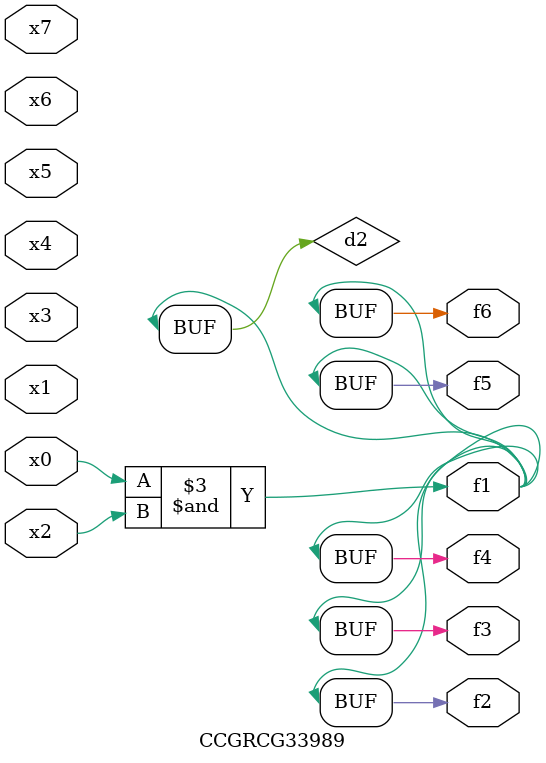
<source format=v>
module CCGRCG33989(
	input x0, x1, x2, x3, x4, x5, x6, x7,
	output f1, f2, f3, f4, f5, f6
);

	wire d1, d2;

	nor (d1, x3, x6);
	and (d2, x0, x2);
	assign f1 = d2;
	assign f2 = d2;
	assign f3 = d2;
	assign f4 = d2;
	assign f5 = d2;
	assign f6 = d2;
endmodule

</source>
